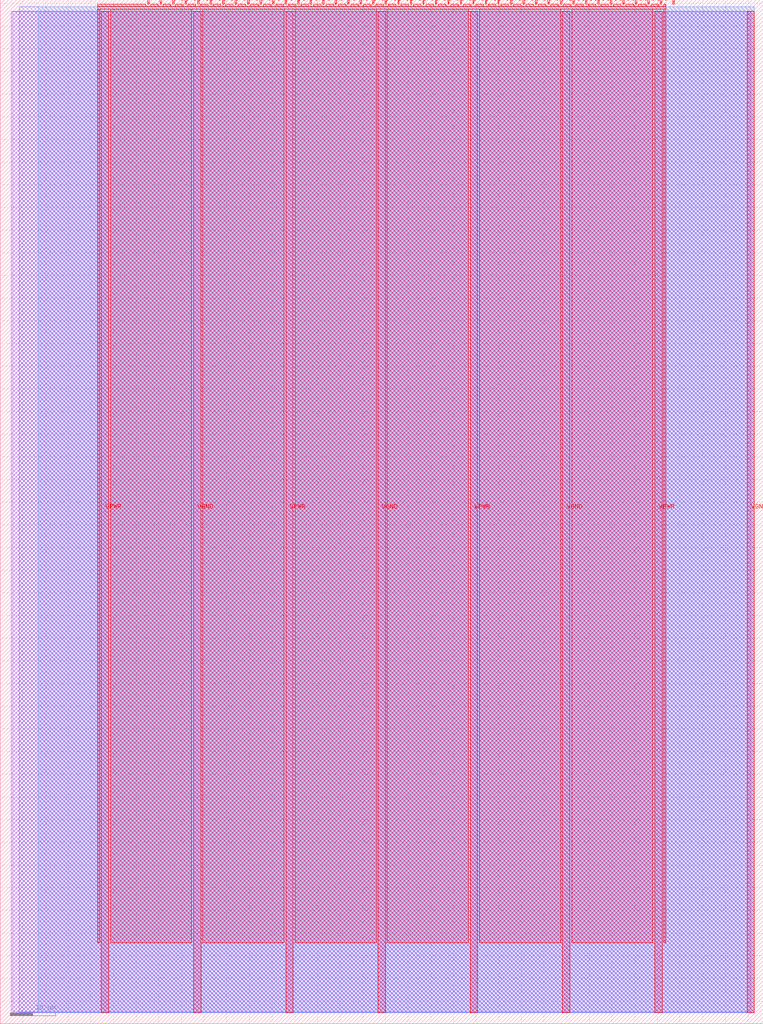
<source format=lef>
VERSION 5.7 ;
  NOWIREEXTENSIONATPIN ON ;
  DIVIDERCHAR "/" ;
  BUSBITCHARS "[]" ;
MACRO tt_um_morningjava_top_dup
  CLASS BLOCK ;
  FOREIGN tt_um_morningjava_top_dup ;
  ORIGIN 0.000 0.000 ;
  SIZE 168.360 BY 225.760 ;
  PIN VGND
    DIRECTION INOUT ;
    USE GROUND ;
    PORT
      LAYER met4 ;
        RECT 42.670 2.480 44.270 223.280 ;
    END
    PORT
      LAYER met4 ;
        RECT 83.380 2.480 84.980 223.280 ;
    END
    PORT
      LAYER met4 ;
        RECT 124.090 2.480 125.690 223.280 ;
    END
    PORT
      LAYER met4 ;
        RECT 164.800 2.480 166.400 223.280 ;
    END
  END VGND
  PIN VPWR
    DIRECTION INOUT ;
    USE POWER ;
    PORT
      LAYER met4 ;
        RECT 22.315 2.480 23.915 223.280 ;
    END
    PORT
      LAYER met4 ;
        RECT 63.025 2.480 64.625 223.280 ;
    END
    PORT
      LAYER met4 ;
        RECT 103.735 2.480 105.335 223.280 ;
    END
    PORT
      LAYER met4 ;
        RECT 144.445 2.480 146.045 223.280 ;
    END
  END VPWR
  PIN clk
    DIRECTION INPUT ;
    USE SIGNAL ;
    ANTENNAGATEAREA 0.852000 ;
    PORT
      LAYER met4 ;
        RECT 145.670 224.760 145.970 225.760 ;
    END
  END clk
  PIN ena
    DIRECTION INPUT ;
    USE SIGNAL ;
    PORT
      LAYER met4 ;
        RECT 148.430 224.760 148.730 225.760 ;
    END
  END ena
  PIN rst_n
    DIRECTION INPUT ;
    USE SIGNAL ;
    ANTENNAGATEAREA 0.196500 ;
    PORT
      LAYER met4 ;
        RECT 142.910 224.760 143.210 225.760 ;
    END
  END rst_n
  PIN ui_in[0]
    DIRECTION INPUT ;
    USE SIGNAL ;
    PORT
      LAYER met4 ;
        RECT 140.150 224.760 140.450 225.760 ;
    END
  END ui_in[0]
  PIN ui_in[1]
    DIRECTION INPUT ;
    USE SIGNAL ;
    PORT
      LAYER met4 ;
        RECT 137.390 224.760 137.690 225.760 ;
    END
  END ui_in[1]
  PIN ui_in[2]
    DIRECTION INPUT ;
    USE SIGNAL ;
    ANTENNAGATEAREA 0.196500 ;
    PORT
      LAYER met4 ;
        RECT 134.630 224.760 134.930 225.760 ;
    END
  END ui_in[2]
  PIN ui_in[3]
    DIRECTION INPUT ;
    USE SIGNAL ;
    PORT
      LAYER met4 ;
        RECT 131.870 224.760 132.170 225.760 ;
    END
  END ui_in[3]
  PIN ui_in[4]
    DIRECTION INPUT ;
    USE SIGNAL ;
    PORT
      LAYER met4 ;
        RECT 129.110 224.760 129.410 225.760 ;
    END
  END ui_in[4]
  PIN ui_in[5]
    DIRECTION INPUT ;
    USE SIGNAL ;
    PORT
      LAYER met4 ;
        RECT 126.350 224.760 126.650 225.760 ;
    END
  END ui_in[5]
  PIN ui_in[6]
    DIRECTION INPUT ;
    USE SIGNAL ;
    PORT
      LAYER met4 ;
        RECT 123.590 224.760 123.890 225.760 ;
    END
  END ui_in[6]
  PIN ui_in[7]
    DIRECTION INPUT ;
    USE SIGNAL ;
    PORT
      LAYER met4 ;
        RECT 120.830 224.760 121.130 225.760 ;
    END
  END ui_in[7]
  PIN uio_in[0]
    DIRECTION INPUT ;
    USE SIGNAL ;
    PORT
      LAYER met4 ;
        RECT 118.070 224.760 118.370 225.760 ;
    END
  END uio_in[0]
  PIN uio_in[1]
    DIRECTION INPUT ;
    USE SIGNAL ;
    PORT
      LAYER met4 ;
        RECT 115.310 224.760 115.610 225.760 ;
    END
  END uio_in[1]
  PIN uio_in[2]
    DIRECTION INPUT ;
    USE SIGNAL ;
    PORT
      LAYER met4 ;
        RECT 112.550 224.760 112.850 225.760 ;
    END
  END uio_in[2]
  PIN uio_in[3]
    DIRECTION INPUT ;
    USE SIGNAL ;
    PORT
      LAYER met4 ;
        RECT 109.790 224.760 110.090 225.760 ;
    END
  END uio_in[3]
  PIN uio_in[4]
    DIRECTION INPUT ;
    USE SIGNAL ;
    PORT
      LAYER met4 ;
        RECT 107.030 224.760 107.330 225.760 ;
    END
  END uio_in[4]
  PIN uio_in[5]
    DIRECTION INPUT ;
    USE SIGNAL ;
    PORT
      LAYER met4 ;
        RECT 104.270 224.760 104.570 225.760 ;
    END
  END uio_in[5]
  PIN uio_in[6]
    DIRECTION INPUT ;
    USE SIGNAL ;
    PORT
      LAYER met4 ;
        RECT 101.510 224.760 101.810 225.760 ;
    END
  END uio_in[6]
  PIN uio_in[7]
    DIRECTION INPUT ;
    USE SIGNAL ;
    PORT
      LAYER met4 ;
        RECT 98.750 224.760 99.050 225.760 ;
    END
  END uio_in[7]
  PIN uio_oe[0]
    DIRECTION OUTPUT TRISTATE ;
    USE SIGNAL ;
    PORT
      LAYER met4 ;
        RECT 51.830 224.760 52.130 225.760 ;
    END
  END uio_oe[0]
  PIN uio_oe[1]
    DIRECTION OUTPUT TRISTATE ;
    USE SIGNAL ;
    PORT
      LAYER met4 ;
        RECT 49.070 224.760 49.370 225.760 ;
    END
  END uio_oe[1]
  PIN uio_oe[2]
    DIRECTION OUTPUT TRISTATE ;
    USE SIGNAL ;
    PORT
      LAYER met4 ;
        RECT 46.310 224.760 46.610 225.760 ;
    END
  END uio_oe[2]
  PIN uio_oe[3]
    DIRECTION OUTPUT TRISTATE ;
    USE SIGNAL ;
    PORT
      LAYER met4 ;
        RECT 43.550 224.760 43.850 225.760 ;
    END
  END uio_oe[3]
  PIN uio_oe[4]
    DIRECTION OUTPUT TRISTATE ;
    USE SIGNAL ;
    PORT
      LAYER met4 ;
        RECT 40.790 224.760 41.090 225.760 ;
    END
  END uio_oe[4]
  PIN uio_oe[5]
    DIRECTION OUTPUT TRISTATE ;
    USE SIGNAL ;
    PORT
      LAYER met4 ;
        RECT 38.030 224.760 38.330 225.760 ;
    END
  END uio_oe[5]
  PIN uio_oe[6]
    DIRECTION OUTPUT TRISTATE ;
    USE SIGNAL ;
    PORT
      LAYER met4 ;
        RECT 35.270 224.760 35.570 225.760 ;
    END
  END uio_oe[6]
  PIN uio_oe[7]
    DIRECTION OUTPUT TRISTATE ;
    USE SIGNAL ;
    PORT
      LAYER met4 ;
        RECT 32.510 224.760 32.810 225.760 ;
    END
  END uio_oe[7]
  PIN uio_out[0]
    DIRECTION OUTPUT TRISTATE ;
    USE SIGNAL ;
    PORT
      LAYER met4 ;
        RECT 73.910 224.760 74.210 225.760 ;
    END
  END uio_out[0]
  PIN uio_out[1]
    DIRECTION OUTPUT TRISTATE ;
    USE SIGNAL ;
    PORT
      LAYER met4 ;
        RECT 71.150 224.760 71.450 225.760 ;
    END
  END uio_out[1]
  PIN uio_out[2]
    DIRECTION OUTPUT TRISTATE ;
    USE SIGNAL ;
    PORT
      LAYER met4 ;
        RECT 68.390 224.760 68.690 225.760 ;
    END
  END uio_out[2]
  PIN uio_out[3]
    DIRECTION OUTPUT TRISTATE ;
    USE SIGNAL ;
    PORT
      LAYER met4 ;
        RECT 65.630 224.760 65.930 225.760 ;
    END
  END uio_out[3]
  PIN uio_out[4]
    DIRECTION OUTPUT TRISTATE ;
    USE SIGNAL ;
    PORT
      LAYER met4 ;
        RECT 62.870 224.760 63.170 225.760 ;
    END
  END uio_out[4]
  PIN uio_out[5]
    DIRECTION OUTPUT TRISTATE ;
    USE SIGNAL ;
    PORT
      LAYER met4 ;
        RECT 60.110 224.760 60.410 225.760 ;
    END
  END uio_out[5]
  PIN uio_out[6]
    DIRECTION OUTPUT TRISTATE ;
    USE SIGNAL ;
    PORT
      LAYER met4 ;
        RECT 57.350 224.760 57.650 225.760 ;
    END
  END uio_out[6]
  PIN uio_out[7]
    DIRECTION OUTPUT TRISTATE ;
    USE SIGNAL ;
    PORT
      LAYER met4 ;
        RECT 54.590 224.760 54.890 225.760 ;
    END
  END uio_out[7]
  PIN uo_out[0]
    DIRECTION OUTPUT TRISTATE ;
    USE SIGNAL ;
    ANTENNADIFFAREA 0.795200 ;
    PORT
      LAYER met4 ;
        RECT 95.990 224.760 96.290 225.760 ;
    END
  END uo_out[0]
  PIN uo_out[1]
    DIRECTION OUTPUT TRISTATE ;
    USE SIGNAL ;
    ANTENNADIFFAREA 0.795200 ;
    PORT
      LAYER met4 ;
        RECT 93.230 224.760 93.530 225.760 ;
    END
  END uo_out[1]
  PIN uo_out[2]
    DIRECTION OUTPUT TRISTATE ;
    USE SIGNAL ;
    ANTENNADIFFAREA 0.795200 ;
    PORT
      LAYER met4 ;
        RECT 90.470 224.760 90.770 225.760 ;
    END
  END uo_out[2]
  PIN uo_out[3]
    DIRECTION OUTPUT TRISTATE ;
    USE SIGNAL ;
    ANTENNADIFFAREA 0.795200 ;
    PORT
      LAYER met4 ;
        RECT 87.710 224.760 88.010 225.760 ;
    END
  END uo_out[3]
  PIN uo_out[4]
    DIRECTION OUTPUT TRISTATE ;
    USE SIGNAL ;
    ANTENNADIFFAREA 0.795200 ;
    PORT
      LAYER met4 ;
        RECT 84.950 224.760 85.250 225.760 ;
    END
  END uo_out[4]
  PIN uo_out[5]
    DIRECTION OUTPUT TRISTATE ;
    USE SIGNAL ;
    ANTENNADIFFAREA 0.795200 ;
    PORT
      LAYER met4 ;
        RECT 82.190 224.760 82.490 225.760 ;
    END
  END uo_out[5]
  PIN uo_out[6]
    DIRECTION OUTPUT TRISTATE ;
    USE SIGNAL ;
    ANTENNADIFFAREA 0.795200 ;
    PORT
      LAYER met4 ;
        RECT 79.430 224.760 79.730 225.760 ;
    END
  END uo_out[6]
  PIN uo_out[7]
    DIRECTION OUTPUT TRISTATE ;
    USE SIGNAL ;
    ANTENNADIFFAREA 0.795200 ;
    PORT
      LAYER met4 ;
        RECT 76.670 224.760 76.970 225.760 ;
    END
  END uo_out[7]
  OBS
      LAYER li1 ;
        RECT 2.760 2.635 165.600 223.125 ;
      LAYER met1 ;
        RECT 2.460 2.480 166.400 223.280 ;
      LAYER met2 ;
        RECT 4.240 2.535 166.370 224.245 ;
      LAYER met3 ;
        RECT 8.345 2.555 166.390 224.225 ;
      LAYER met4 ;
        RECT 21.455 224.360 32.110 224.760 ;
        RECT 33.210 224.360 34.870 224.760 ;
        RECT 35.970 224.360 37.630 224.760 ;
        RECT 38.730 224.360 40.390 224.760 ;
        RECT 41.490 224.360 43.150 224.760 ;
        RECT 44.250 224.360 45.910 224.760 ;
        RECT 47.010 224.360 48.670 224.760 ;
        RECT 49.770 224.360 51.430 224.760 ;
        RECT 52.530 224.360 54.190 224.760 ;
        RECT 55.290 224.360 56.950 224.760 ;
        RECT 58.050 224.360 59.710 224.760 ;
        RECT 60.810 224.360 62.470 224.760 ;
        RECT 63.570 224.360 65.230 224.760 ;
        RECT 66.330 224.360 67.990 224.760 ;
        RECT 69.090 224.360 70.750 224.760 ;
        RECT 71.850 224.360 73.510 224.760 ;
        RECT 74.610 224.360 76.270 224.760 ;
        RECT 77.370 224.360 79.030 224.760 ;
        RECT 80.130 224.360 81.790 224.760 ;
        RECT 82.890 224.360 84.550 224.760 ;
        RECT 85.650 224.360 87.310 224.760 ;
        RECT 88.410 224.360 90.070 224.760 ;
        RECT 91.170 224.360 92.830 224.760 ;
        RECT 93.930 224.360 95.590 224.760 ;
        RECT 96.690 224.360 98.350 224.760 ;
        RECT 99.450 224.360 101.110 224.760 ;
        RECT 102.210 224.360 103.870 224.760 ;
        RECT 104.970 224.360 106.630 224.760 ;
        RECT 107.730 224.360 109.390 224.760 ;
        RECT 110.490 224.360 112.150 224.760 ;
        RECT 113.250 224.360 114.910 224.760 ;
        RECT 116.010 224.360 117.670 224.760 ;
        RECT 118.770 224.360 120.430 224.760 ;
        RECT 121.530 224.360 123.190 224.760 ;
        RECT 124.290 224.360 125.950 224.760 ;
        RECT 127.050 224.360 128.710 224.760 ;
        RECT 129.810 224.360 131.470 224.760 ;
        RECT 132.570 224.360 134.230 224.760 ;
        RECT 135.330 224.360 136.990 224.760 ;
        RECT 138.090 224.360 139.750 224.760 ;
        RECT 140.850 224.360 142.510 224.760 ;
        RECT 143.610 224.360 145.270 224.760 ;
        RECT 146.370 224.360 146.905 224.760 ;
        RECT 21.455 223.680 146.905 224.360 ;
        RECT 21.455 17.855 21.915 223.680 ;
        RECT 24.315 17.855 42.270 223.680 ;
        RECT 44.670 17.855 62.625 223.680 ;
        RECT 65.025 17.855 82.980 223.680 ;
        RECT 85.380 17.855 103.335 223.680 ;
        RECT 105.735 17.855 123.690 223.680 ;
        RECT 126.090 17.855 144.045 223.680 ;
        RECT 146.445 17.855 146.905 223.680 ;
  END
END tt_um_morningjava_top_dup
END LIBRARY


</source>
